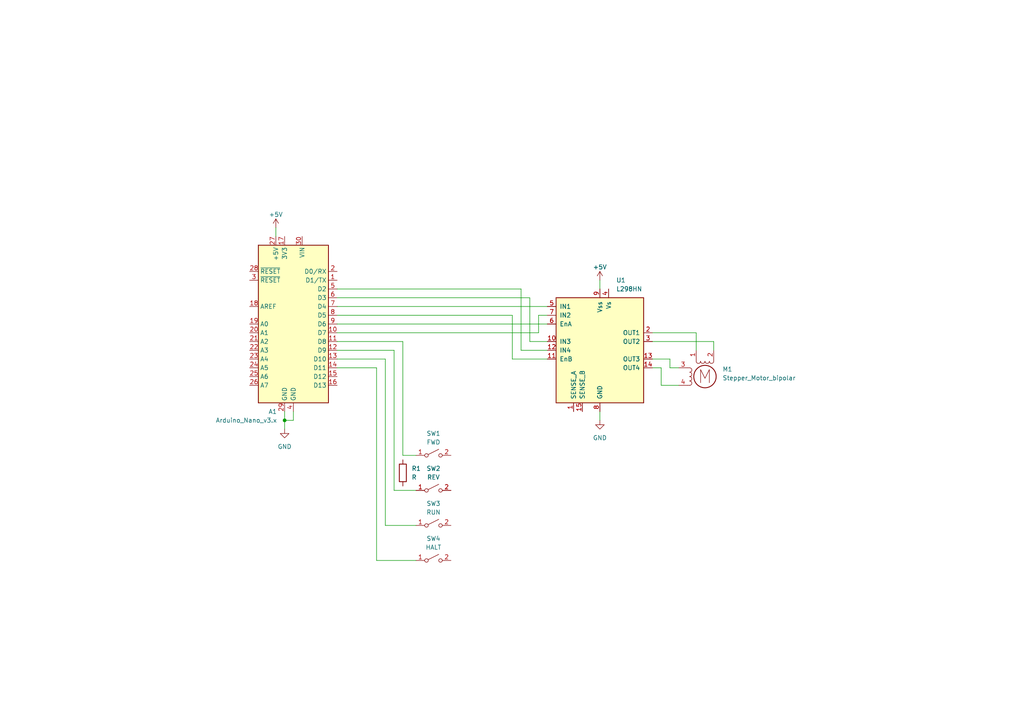
<source format=kicad_sch>
(kicad_sch (version 20230121) (generator eeschema)
  (paper "A4")
  (lib_symbols
    (symbol "Device:R" (pin_numbers hide) (pin_names (offset 0))
      (property "Reference" "R" (at 2.032 0 90))
      (property "Value" "R" (at 0 0 90))
      (symbol "R_0_1"
        (rectangle (start -1.016 -2.54) (end 1.016 2.54) (stroke (width 0.254)))
      )
      (symbol "R_1_1"
        (pin passive line (at 0 3.81 270) (length 1.27) (name "~") (number "1"))
        (pin passive line (at 0 -3.81 90) (length 1.27) (name "~") (number "2"))
      )
    )
    (symbol "Driver_Motor:L298HN" (pin_names (offset 1.016))
      (property "Reference" "U" (at -10.16 16.51 0))
      (property "Value" "L298HN" (at 12.7 16.51 0))
      (symbol "L298HN_0_1"
        (rectangle (start -12.7 15.24) (end 12.7 -15.24) (stroke (width 0.254)) (fill (type background)))
      )
      (symbol "L298HN_1_1"
        (pin power_in line (at -7.62 -17.78 90) (length 2.54) (name "SENSE_A") (number "1"))
        (pin input line (at -15.24 2.54 0) (length 2.54) (name "IN3") (number "10"))
        (pin input line (at -15.24 -2.54 0) (length 2.54) (name "EnB") (number "11"))
        (pin input line (at -15.24 0 0) (length 2.54) (name "IN4") (number "12"))
        (pin output line (at 15.24 -2.54 180) (length 2.54) (name "OUT3") (number "13"))
        (pin output line (at 15.24 -5.08 180) (length 2.54) (name "OUT4") (number "14"))
        (pin power_in line (at -5.08 -17.78 90) (length 2.54) (name "SENSE_B") (number "15"))
        (pin output line (at 15.24 5.08 180) (length 2.54) (name "OUT1") (number "2"))
        (pin output line (at 15.24 2.54 180) (length 2.54) (name "OUT2") (number "3"))
        (pin power_in line (at 2.54 17.78 270) (length 2.54) (name "Vs") (number "4"))
        (pin input line (at -15.24 12.7 0) (length 2.54) (name "IN1") (number "5"))
        (pin input line (at -15.24 7.62 0) (length 2.54) (name "EnA") (number "6"))
        (pin input line (at -15.24 10.16 0) (length 2.54) (name "IN2") (number "7"))
        (pin power_in line (at 0 -17.78 90) (length 2.54) (name "GND") (number "8"))
        (pin power_in line (at 0 17.78 270) (length 2.54) (name "Vss") (number "9"))
      )
    )
    (symbol "MCU_Module:Arduino_Nano_v3.x"
      (property "Reference" "A" (at -10.16 23.495 0))
      (property "Value" "Arduino_Nano_v3.x" (at 5.08 -24.13 0))
      (symbol "Arduino_Nano_v3.x_0_1"
        (rectangle (start -10.16 22.86) (end 10.16 -22.86) (stroke (width 0.254)) (fill (type background)))
      )
      (symbol "Arduino_Nano_v3.x_1_1"
        (pin bidirectional line (at -12.7 12.7 0) (length 2.54) (name "D1/TX") (number "1"))
        (pin bidirectional line (at -12.7 -2.54 0) (length 2.54) (name "D7") (number "10"))
        (pin bidirectional line (at -12.7 -5.08 0) (length 2.54) (name "D8") (number "11"))
        (pin bidirectional line (at -12.7 -7.62 0) (length 2.54) (name "D9") (number "12"))
        (pin bidirectional line (at -12.7 -10.16 0) (length 2.54) (name "D10") (number "13"))
        (pin bidirectional line (at -12.7 -12.7 0) (length 2.54) (name "D11") (number "14"))
        (pin bidirectional line (at -12.7 -15.24 0) (length 2.54) (name "D12") (number "15"))
        (pin bidirectional line (at -12.7 -17.78 0) (length 2.54) (name "D13") (number "16"))
        (pin power_out line (at 2.54 25.4 270) (length 2.54) (name "3V3") (number "17"))
        (pin input line (at 12.7 5.08 180) (length 2.54) (name "AREF") (number "18"))
        (pin bidirectional line (at 12.7 0 180) (length 2.54) (name "A0") (number "19"))
        (pin bidirectional line (at -12.7 15.24 0) (length 2.54) (name "D0/RX") (number "2"))
        (pin bidirectional line (at 12.7 -2.54 180) (length 2.54) (name "A1") (number "20"))
        (pin bidirectional line (at 12.7 -5.08 180) (length 2.54) (name "A2") (number "21"))
        (pin bidirectional line (at 12.7 -7.62 180) (length 2.54) (name "A3") (number "22"))
        (pin bidirectional line (at 12.7 -10.16 180) (length 2.54) (name "A4") (number "23"))
        (pin bidirectional line (at 12.7 -12.7 180) (length 2.54) (name "A5") (number "24"))
        (pin bidirectional line (at 12.7 -15.24 180) (length 2.54) (name "A6") (number "25"))
        (pin bidirectional line (at 12.7 -17.78 180) (length 2.54) (name "A7") (number "26"))
        (pin power_out line (at 5.08 25.4 270) (length 2.54) (name "+5V") (number "27"))
        (pin input line (at 12.7 15.24 180) (length 2.54) (name "~{RESET}") (number "28"))
        (pin power_in line (at 2.54 -25.4 90) (length 2.54) (name "GND") (number "29"))
        (pin input line (at 12.7 12.7 180) (length 2.54) (name "~{RESET}") (number "3"))
        (pin power_in line (at -2.54 25.4 270) (length 2.54) (name "VIN") (number "30"))
        (pin power_in line (at 0 -25.4 90) (length 2.54) (name "GND") (number "4"))
        (pin bidirectional line (at -12.7 10.16 0) (length 2.54) (name "D2") (number "5"))
        (pin bidirectional line (at -12.7 7.62 0) (length 2.54) (name "D3") (number "6"))
        (pin bidirectional line (at -12.7 5.08 0) (length 2.54) (name "D4") (number "7"))
        (pin bidirectional line (at -12.7 2.54 0) (length 2.54) (name "D5") (number "8"))
        (pin bidirectional line (at -12.7 0 0) (length 2.54) (name "D6") (number "9"))
      )
    )
    (symbol "Motor:Stepper_Motor_bipolar" (pin_names (offset 0) hide)
      (property "Reference" "M" (at 3.81 2.54 0))
      (property "Value" "Stepper_Motor_bipolar" (at 3.81 1.27 0))
      (symbol "Stepper_Motor_bipolar_0_0"
        (polyline (pts (xy -1.27 -1.778) (xy -1.27 2.032) (xy 0 -0.508) (xy 1.27 2.032) (xy 1.27 -1.778)))
      )
      (symbol "Stepper_Motor_bipolar_0_1"
        (arc (start -4.445 -2.54) (mid -3.8127 -1.905) (end -4.445 -1.27))
        (arc (start -4.445 -1.27) (mid -3.8127 -0.635) (end -4.445 0))
        (arc (start -4.445 0) (mid -3.8127 0.635) (end -4.445 1.27))
        (arc (start -4.445 1.27) (mid -3.8127 1.905) (end -4.445 2.54))
        (arc (start -2.54 4.445) (mid -1.905 3.8127) (end -1.27 4.445))
        (arc (start -1.27 4.445) (mid -0.635 3.8127) (end 0 4.445))
        (polyline (pts (xy -5.08 -2.54) (xy -4.445 -2.54)))
        (polyline (pts (xy -5.08 2.54) (xy -4.445 2.54)))
        (polyline (pts (xy -2.54 5.08) (xy -2.54 4.445)))
        (polyline (pts (xy 2.54 5.08) (xy 2.54 4.445)))
        (circle (center 0 0) (radius 3.2512) (stroke (width 0.254)))
        (arc (start 0 4.445) (mid 0.635 3.8127) (end 1.27 4.445))
        (arc (start 1.27 4.445) (mid 1.905 3.8127) (end 2.54 4.445))
      )
      (symbol "Stepper_Motor_bipolar_1_1"
        (pin passive line (at -2.54 7.62 270) (length 2.54) (name "~") (number "1"))
        (pin passive line (at 2.54 7.62 270) (length 2.54) (name "-") (number "2"))
        (pin passive line (at -7.62 2.54 0) (length 2.54) (name "~") (number "3"))
        (pin passive line (at -7.62 -2.54 0) (length 2.54) (name "~") (number "4"))
      )
    )
    (symbol "Switch:SW_SPST" (pin_names (offset 0) hide)
      (property "Reference" "SW" (at 0 3.175 0))
      (property "Value" "SW_SPST" (at 0 -2.54 0))
      (symbol "SW_SPST_0_0"
        (circle (center -2.032 0) (radius 0.508))
        (polyline (pts (xy -1.524 0.254) (xy 1.524 1.778)))
        (circle (center 2.032 0) (radius 0.508))
      )
      (symbol "SW_SPST_1_1"
        (pin passive line (at -5.08 0 0) (length 2.54) (name "A") (number "1"))
        (pin passive line (at 5.08 0 180) (length 2.54) (name "B") (number "2"))
      )
    )
    (symbol "power:+5V" (power) (pin_names (offset 0))
      (property "Value" "+5V" (at 0 3.556 0))
      (symbol "+5V_0_1"
        (polyline (pts (xy -0.762 1.27) (xy 0 2.54)))
        (polyline (pts (xy 0 0) (xy 0 2.54)))
        (polyline (pts (xy 0 2.54) (xy 0.762 1.27)))
      )
      (symbol "+5V_1_1"
        (pin power_in line (at 0 0 90) (length 0) hide (name "+5V") (number "1"))
      )
    )
    (symbol "power:GND" (power) (pin_names (offset 0))
      (property "Value" "GND" (at 0 -3.81 0))
      (symbol "GND_0_1"
        (polyline (pts (xy 0 0) (xy 0 -1.27) (xy 1.27 -1.27) (xy 0 -2.54) (xy -1.27 -1.27) (xy 0 -1.27)))
      )
      (symbol "GND_1_1"
        (pin power_in line (at 0 0 270) (length 0) hide (name "GND") (number "1"))
      )
    )
  )
  (junction (at 82.55 121.92))
  (wire (pts (xy 85.09 119.38) (xy 85.09 121.92)))
  (wire (pts (xy 153.67 86.36) (xy 97.79 86.36)))
  (wire (pts (xy 97.79 104.14) (xy 111.76 104.14)))
  (wire (pts (xy 173.99 81.28) (xy 173.99 83.82)))
  (wire (pts (xy 80.01 66.04) (xy 80.01 68.58)))
  (wire (pts (xy 158.75 91.44) (xy 156.21 91.44)))
  (wire (pts (xy 148.59 104.14) (xy 148.59 91.44)))
  (wire (pts (xy 194.31 106.68) (xy 196.85 106.68)))
  (wire (pts (xy 191.77 106.68) (xy 191.77 111.76)))
  (wire (pts (xy 158.75 104.14) (xy 148.59 104.14)))
  (wire (pts (xy 82.55 121.92) (xy 82.55 124.46)))
  (wire (pts (xy 207.01 101.6) (xy 207.01 99.06)))
  (wire (pts (xy 191.77 106.68) (xy 189.23 106.68)))
  (wire (pts (xy 116.84 99.06) (xy 116.84 132.08)))
  (wire (pts (xy 173.99 119.38) (xy 173.99 121.92)))
  (wire (pts (xy 120.65 162.56) (xy 109.22 162.56)))
  (wire (pts (xy 194.31 106.68) (xy 194.31 104.14)))
  (wire (pts (xy 116.84 132.08) (xy 120.65 132.08)))
  (wire (pts (xy 114.3 101.6) (xy 114.3 142.24)))
  (wire (pts (xy 189.23 104.14) (xy 194.31 104.14)))
  (wire (pts (xy 191.77 111.76) (xy 196.85 111.76)))
  (wire (pts (xy 111.76 152.4) (xy 120.65 152.4)))
  (wire (pts (xy 114.3 142.24) (xy 120.65 142.24)))
  (wire (pts (xy 109.22 106.68) (xy 97.79 106.68)))
  (wire (pts (xy 156.21 96.52) (xy 97.79 96.52)))
  (wire (pts (xy 201.93 96.52) (xy 189.23 96.52)))
  (wire (pts (xy 97.79 88.9) (xy 158.75 88.9)))
  (wire (pts (xy 158.75 101.6) (xy 151.13 101.6)))
  (wire (pts (xy 158.75 99.06) (xy 153.67 99.06)))
  (wire (pts (xy 97.79 101.6) (xy 114.3 101.6)))
  (wire (pts (xy 148.59 91.44) (xy 97.79 91.44)))
  (wire (pts (xy 85.09 121.92) (xy 82.55 121.92)))
  (wire (pts (xy 153.67 99.06) (xy 153.67 86.36)))
  (wire (pts (xy 82.55 119.38) (xy 82.55 121.92)))
  (wire (pts (xy 111.76 104.14) (xy 111.76 152.4)))
  (wire (pts (xy 207.01 99.06) (xy 189.23 99.06)))
  (wire (pts (xy 151.13 101.6) (xy 151.13 83.82)))
  (wire (pts (xy 97.79 99.06) (xy 116.84 99.06)))
  (wire (pts (xy 97.79 93.98) (xy 158.75 93.98)))
  (wire (pts (xy 151.13 83.82) (xy 97.79 83.82)))
  (wire (pts (xy 201.93 101.6) (xy 201.93 96.52)))
  (wire (pts (xy 156.21 91.44) (xy 156.21 96.52)))
  (wire (pts (xy 109.22 162.56) (xy 109.22 106.68)))
  (symbol (lib_id "power:GND") (at 82.55 124.46 0) (unit 1)
    (property "Reference" "#PWR04" (effects hide))
    (property "Value" "GND" (at 82.55 129.54 0))
  )
  (symbol (lib_id "power:+5V") (at 173.99 81.28 0) (unit 1)
    (property "Reference" "#PWR02" (effects hide))
    (property "Value" "+5V" (at 173.99 77.47 0))
  )
  (symbol (lib_id "Motor:Stepper_Motor_bipolar") (at 204.47 109.22 0) (unit 1)
    (property "Reference" "M1" (at 209.55 107.0991 0) (effects (justify left)))
    (property "Value" "Stepper_Motor_bipolar" (at 209.55 109.6391 0) (effects (justify left)))
    (property "Datasheet" "http://www.infineon.com/dgdl/Application-Note-TLE8110EE_driving_UniPolarStepperMotor_V1.1.pdf?fileId=db3a30431be39b97011be5d0aa0a00b0" (effects hide))
  )
  (symbol (lib_id "Driver_Motor:L298HN") (at 173.99 101.6 0) (unit 1)
    (property "Reference" "U1" (at 178.7241 81.28 0) (effects (justify left)))
    (property "Value" "L298HN" (at 178.7241 83.82 0) (effects (justify left)))
    (property "Footprint" "Package_TO_SOT_THT:TO-220-15_P2.54x2.54mm_StaggerOdd_Lead5.84mm_TabDown" (effects hide))
    (property "Datasheet" "http://www.st.com/st-web-ui/static/active/en/resource/technical/document/datasheet/CD00000240.pdf" (effects hide))
  )
  (symbol (lib_id "power:+5V") (at 80.01 66.04 0) (unit 1)
    (property "Reference" "#PWR03" (effects hide))
    (property "Value" "+5V" (at 80.01 62.23 0))
  )
  (symbol (lib_id "Switch:SW_SPST") (at 125.73 142.24 0) (unit 1)
    (property "Reference" "SW2" (at 125.73 135.89 0))
    (property "Value" "REV" (at 125.73 138.43 0))
  )
  (symbol (lib_id "Device:R") (at 116.84 137.16 0) (unit 1)
    (property "Reference" "R1" (at 119.38 135.89 0) (effects (justify left)))
    (property "Value" "R" (at 119.38 138.43 0) (effects (justify left)))
  )
  (symbol (lib_id "Switch:SW_SPST") (at 125.73 152.4 0) (unit 1)
    (property "Reference" "SW3" (at 125.73 146.05 0))
    (property "Value" "RUN" (at 125.73 148.59 0))
  )
  (symbol (lib_id "Switch:SW_SPST") (at 125.73 162.56 0) (unit 1)
    (property "Reference" "SW4" (at 125.73 156.21 0))
    (property "Value" "HALT" (at 125.73 158.75 0))
  )
  (symbol (lib_id "Switch:SW_SPST") (at 125.73 132.08 0) (unit 1)
    (property "Reference" "SW1" (at 125.73 125.73 0))
    (property "Value" "FWD" (at 125.73 128.27 0))
  )
  (symbol (lib_id "MCU_Module:Arduino_Nano_v3.x") (at 85.09 93.98 0) (mirror y) (unit 1)
    (property "Reference" "A1" (at 80.3559 119.38 0) (effects (justify left)))
    (property "Value" "Arduino_Nano_v3.x" (at 80.3559 121.92 0) (effects (justify left)))
    (property "Footprint" "Module:Arduino_Nano" (effects hide))
    (property "Datasheet" "http://www.mouser.com/pdfdocs/Gravitech_Arduino_Nano3_0.pdf" (effects hide))
  )
  (symbol (lib_id "power:GND") (at 173.99 121.92 0) (unit 1)
    (property "Reference" "#PWR01" (effects hide))
    (property "Value" "GND" (at 173.99 127 0))
  )
)
</source>
